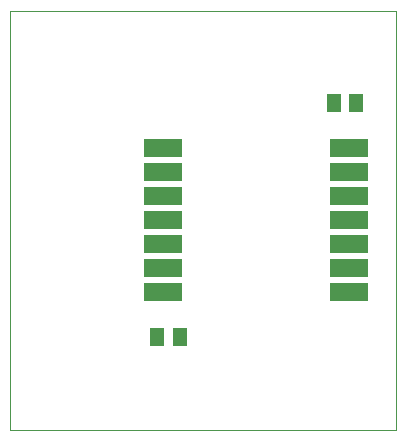
<source format=gtp>
G75*
G70*
%OFA0B0*%
%FSLAX24Y24*%
%IPPOS*%
%LPD*%
%AMOC8*
5,1,8,0,0,1.08239X$1,22.5*
%
%ADD10C,0.0000*%
%ADD11R,0.0512X0.0591*%
%ADD12R,0.1250X0.0600*%
%ADD13R,0.0512X0.0630*%
D10*
X003000Y002008D02*
X003000Y016004D01*
X015870Y016004D01*
X015870Y002008D01*
X003000Y002008D01*
D11*
X007926Y005108D03*
X008674Y005108D03*
D12*
X008125Y006633D03*
X008125Y007433D03*
X008125Y008233D03*
X008125Y009033D03*
X008125Y009833D03*
X008125Y010633D03*
X008125Y011433D03*
X014325Y011433D03*
X014325Y010633D03*
X014325Y009833D03*
X014325Y009033D03*
X014325Y008233D03*
X014325Y007433D03*
X014325Y006633D03*
D13*
X014549Y012933D03*
X013801Y012933D03*
M02*

</source>
